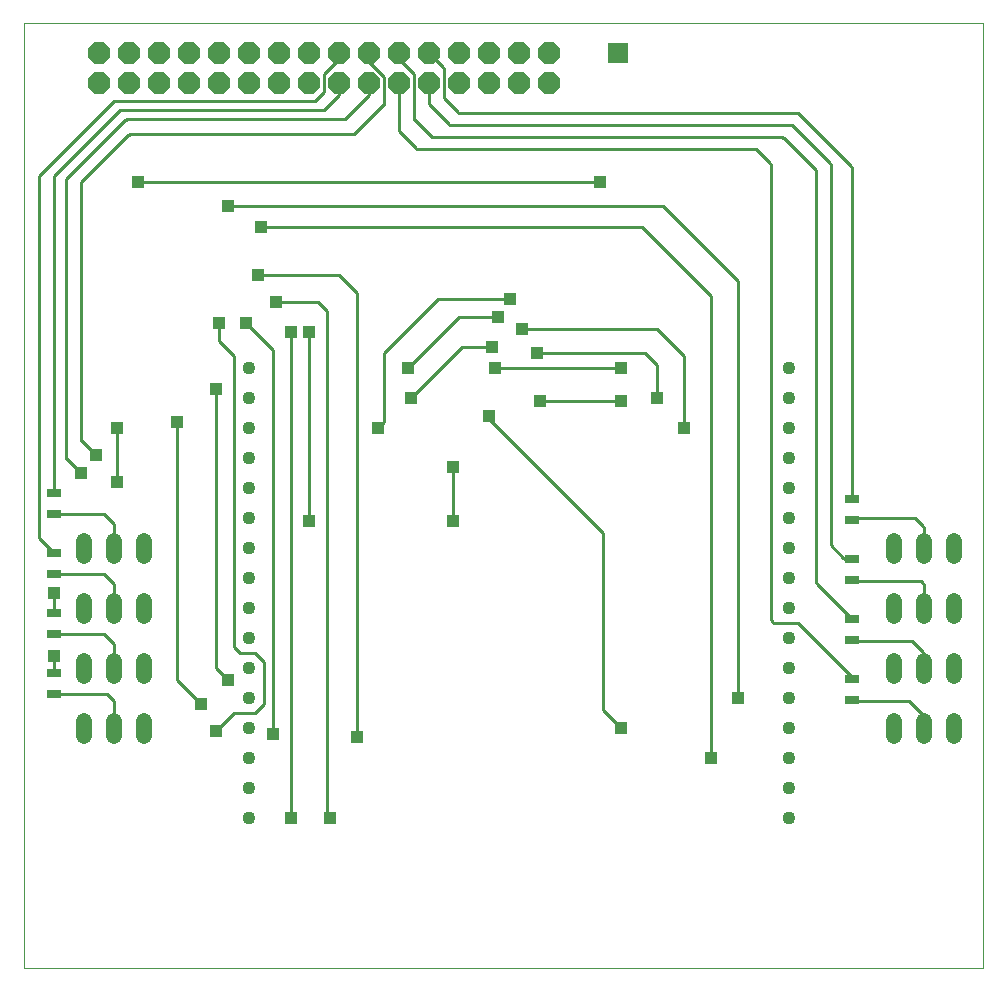
<source format=gtl>
G75*
%MOIN*%
%OFA0B0*%
%FSLAX24Y24*%
%IPPOS*%
%LPD*%
%AMOC8*
5,1,8,0,0,1.08239X$1,22.5*
%
%ADD10C,0.0000*%
%ADD11C,0.0436*%
%ADD12C,0.0520*%
%ADD13OC8,0.0740*%
%ADD14R,0.0472X0.0315*%
%ADD15R,0.0650X0.0650*%
%ADD16C,0.0100*%
%ADD17R,0.0396X0.0396*%
D10*
X000100Y000100D02*
X000100Y031596D01*
X032070Y031596D01*
X032070Y000100D01*
X000100Y000100D01*
D11*
X007600Y005100D03*
X007600Y006100D03*
X007600Y007100D03*
X007600Y008100D03*
X007600Y009100D03*
X007600Y010100D03*
X007600Y011100D03*
X007600Y012100D03*
X007600Y013100D03*
X007600Y014100D03*
X007600Y015100D03*
X007600Y016100D03*
X007600Y017100D03*
X007600Y018100D03*
X007600Y019100D03*
X007600Y020100D03*
X025600Y020100D03*
X025600Y019100D03*
X025600Y018100D03*
X025600Y017100D03*
X025600Y016100D03*
X025600Y015100D03*
X025600Y014100D03*
X025600Y013100D03*
X025600Y012100D03*
X025600Y011100D03*
X025600Y010100D03*
X025600Y009100D03*
X025600Y008100D03*
X025600Y007100D03*
X025600Y006100D03*
X025600Y005100D03*
D12*
X029100Y007840D02*
X029100Y008360D01*
X030100Y008360D02*
X030100Y007840D01*
X031100Y007840D02*
X031100Y008360D01*
X031100Y009840D02*
X031100Y010360D01*
X030100Y010360D02*
X030100Y009840D01*
X029100Y009840D02*
X029100Y010360D01*
X029100Y011840D02*
X029100Y012360D01*
X030100Y012360D02*
X030100Y011840D01*
X031100Y011840D02*
X031100Y012360D01*
X031100Y013840D02*
X031100Y014360D01*
X030100Y014360D02*
X030100Y013840D01*
X029100Y013840D02*
X029100Y014360D01*
X004100Y014360D02*
X004100Y013840D01*
X003100Y013840D02*
X003100Y014360D01*
X002100Y014360D02*
X002100Y013840D01*
X002100Y012360D02*
X002100Y011840D01*
X003100Y011840D02*
X003100Y012360D01*
X004100Y012360D02*
X004100Y011840D01*
X004100Y010360D02*
X004100Y009840D01*
X003100Y009840D02*
X003100Y010360D01*
X002100Y010360D02*
X002100Y009840D01*
X002100Y008360D02*
X002100Y007840D01*
X003100Y007840D02*
X003100Y008360D01*
X004100Y008360D02*
X004100Y007840D01*
D13*
X003600Y029600D03*
X003600Y030600D03*
X002600Y030600D03*
X002600Y029600D03*
X004600Y029600D03*
X004600Y030600D03*
X005600Y030600D03*
X005600Y029600D03*
X006600Y029600D03*
X006600Y030600D03*
X007600Y030600D03*
X007600Y029600D03*
X008600Y029600D03*
X008600Y030600D03*
X009600Y030600D03*
X009600Y029600D03*
X010600Y029600D03*
X010600Y030600D03*
X011600Y030600D03*
X011600Y029600D03*
X012600Y029600D03*
X012600Y030600D03*
X013600Y030600D03*
X013600Y029600D03*
X014600Y029600D03*
X014600Y030600D03*
X015600Y030600D03*
X015600Y029600D03*
X016600Y029600D03*
X016600Y030600D03*
X017600Y030600D03*
X017600Y029600D03*
D14*
X027700Y015754D03*
X027700Y015046D03*
X027700Y013754D03*
X027700Y013046D03*
X027700Y011754D03*
X027700Y011046D03*
X027700Y009754D03*
X027700Y009046D03*
X001100Y009246D03*
X001100Y009954D03*
X001100Y011246D03*
X001100Y011954D03*
X001100Y013246D03*
X001100Y013954D03*
X001100Y015246D03*
X001100Y015954D03*
D15*
X019900Y030600D03*
D16*
X019300Y026300D02*
X003900Y026300D01*
X003564Y027863D02*
X003579Y027876D01*
X003595Y027886D01*
X003613Y027894D01*
X003632Y027898D01*
X003652Y027900D01*
X011100Y027900D01*
X012063Y028863D01*
X012100Y028952D02*
X012100Y029800D01*
X011637Y030263D01*
X011600Y030352D02*
X011600Y030600D01*
X011600Y030352D02*
X011602Y030332D01*
X011606Y030313D01*
X011614Y030295D01*
X011624Y030279D01*
X011637Y030264D01*
X011600Y029600D02*
X011600Y029200D01*
X010800Y028400D01*
X003552Y028400D01*
X003463Y028363D02*
X001500Y026400D01*
X001500Y017152D01*
X001537Y017063D02*
X002000Y016600D01*
X001537Y017064D02*
X001524Y017079D01*
X001514Y017095D01*
X001506Y017113D01*
X001502Y017132D01*
X001500Y017152D01*
X002037Y017663D02*
X002500Y017200D01*
X002037Y017664D02*
X002024Y017679D01*
X002014Y017695D01*
X002006Y017713D01*
X002002Y017732D01*
X002000Y017752D01*
X002000Y026300D01*
X003563Y027863D01*
X003464Y028363D02*
X003479Y028376D01*
X003495Y028386D01*
X003513Y028394D01*
X003532Y028398D01*
X003552Y028400D01*
X003300Y028700D02*
X001100Y026500D01*
X001100Y015954D01*
X001100Y015246D02*
X002754Y015246D01*
X003100Y014900D01*
X003100Y014100D01*
X002754Y013246D02*
X001100Y013246D01*
X001100Y012600D02*
X001100Y011954D01*
X001100Y011246D02*
X002754Y011246D01*
X003100Y010900D01*
X003100Y010100D01*
X002854Y009246D02*
X001100Y009246D01*
X001100Y009954D02*
X001100Y010500D01*
X002854Y009246D02*
X003100Y009000D01*
X003100Y008100D01*
X005200Y009700D02*
X006000Y008900D01*
X006500Y008000D02*
X007100Y008600D01*
X007800Y008600D01*
X008100Y008900D01*
X008100Y010300D01*
X007800Y010600D01*
X007300Y010600D01*
X007100Y010800D01*
X007100Y020500D01*
X006600Y021000D01*
X006600Y021600D01*
X007500Y021600D02*
X008400Y020700D01*
X008400Y007900D01*
X006900Y009700D02*
X006500Y010100D01*
X006500Y019400D01*
X005200Y018300D02*
X005200Y009700D01*
X003100Y012100D02*
X003100Y012900D01*
X002754Y013246D01*
X001100Y013954D02*
X000600Y014454D01*
X000600Y026500D01*
X003100Y029000D01*
X009800Y029000D01*
X010100Y029300D01*
X010100Y029900D01*
X010600Y030400D01*
X010600Y030600D01*
X010600Y029600D02*
X010600Y029200D01*
X010100Y028700D01*
X003300Y028700D01*
X006900Y025500D02*
X021400Y025500D01*
X023900Y023000D01*
X023900Y009100D01*
X023000Y007100D02*
X023000Y022500D01*
X020700Y024800D01*
X008000Y024800D01*
X007900Y023200D02*
X010600Y023200D01*
X011200Y022600D01*
X011200Y007800D01*
X010200Y005200D02*
X010300Y005100D01*
X010200Y005200D02*
X010200Y022000D01*
X009900Y022300D01*
X008500Y022300D01*
X009000Y021300D02*
X009000Y005100D01*
X009600Y015000D02*
X009600Y021300D01*
X012100Y020600D02*
X012100Y018300D01*
X011900Y018100D01*
X013000Y019100D02*
X014700Y020800D01*
X015700Y020800D01*
X015800Y020100D02*
X020000Y020100D01*
X020800Y020600D02*
X021200Y020200D01*
X021200Y019100D01*
X020000Y019000D02*
X017300Y019000D01*
X017200Y020600D02*
X020800Y020600D01*
X021200Y021400D02*
X022100Y020500D01*
X022100Y018100D01*
X021200Y021400D02*
X016700Y021400D01*
X015900Y021800D02*
X014600Y021800D01*
X012900Y020100D01*
X012100Y020600D02*
X013900Y022400D01*
X016300Y022400D01*
X015600Y018500D02*
X015600Y018400D01*
X019400Y014600D01*
X019400Y008700D01*
X020000Y008100D01*
X025000Y011700D02*
X025000Y026848D01*
X024963Y026937D02*
X024500Y027400D01*
X013252Y027400D01*
X013163Y027437D02*
X012600Y028000D01*
X012600Y029600D01*
X013100Y029900D02*
X013100Y028452D01*
X013137Y028363D02*
X013700Y027800D01*
X025348Y027800D01*
X025437Y027763D02*
X026500Y026700D01*
X026500Y013006D01*
X026537Y012918D02*
X027700Y011754D01*
X027709Y011037D02*
X027724Y011024D01*
X027740Y011014D01*
X027758Y011006D01*
X027777Y011002D01*
X027797Y011000D01*
X029700Y011000D01*
X030063Y010637D01*
X030100Y010548D02*
X030100Y010100D01*
X030100Y010548D02*
X030098Y010568D01*
X030094Y010587D01*
X030086Y010605D01*
X030076Y010621D01*
X030063Y010636D01*
X030100Y012100D02*
X030100Y012848D01*
X030063Y012937D02*
X030000Y013000D01*
X027797Y013000D01*
X027709Y013037D02*
X027700Y013046D01*
X027709Y013037D02*
X027724Y013024D01*
X027740Y013014D01*
X027758Y013006D01*
X027777Y013002D01*
X027797Y013000D01*
X027700Y013754D02*
X027497Y013754D01*
X027409Y013791D02*
X027000Y014200D01*
X027000Y026848D01*
X026963Y026937D02*
X025700Y028200D01*
X014352Y028200D01*
X014263Y028237D02*
X013600Y028900D01*
X013600Y029248D01*
X013637Y029337D02*
X013700Y029400D01*
X013700Y029448D01*
X013663Y029537D02*
X013600Y029600D01*
X013663Y029536D02*
X013676Y029521D01*
X013686Y029505D01*
X013694Y029487D01*
X013698Y029468D01*
X013700Y029448D01*
X013637Y029336D02*
X013624Y029321D01*
X013614Y029305D01*
X013606Y029287D01*
X013602Y029268D01*
X013600Y029248D01*
X014100Y029100D02*
X014100Y030048D01*
X014063Y030137D02*
X013600Y030600D01*
X014063Y030136D02*
X014076Y030121D01*
X014086Y030105D01*
X014094Y030087D01*
X014098Y030068D01*
X014100Y030048D01*
X014100Y029100D02*
X014563Y028637D01*
X014652Y028600D02*
X025900Y028600D01*
X027663Y026837D01*
X027700Y026748D02*
X027700Y015754D01*
X027806Y015100D02*
X029800Y015100D01*
X030063Y014837D01*
X030100Y014748D02*
X030100Y014100D01*
X030100Y014748D02*
X030098Y014768D01*
X030094Y014787D01*
X030086Y014805D01*
X030076Y014821D01*
X030063Y014836D01*
X030063Y012936D02*
X030076Y012921D01*
X030086Y012905D01*
X030094Y012887D01*
X030098Y012868D01*
X030100Y012848D01*
X027709Y011037D02*
X027700Y011046D01*
X027668Y009832D02*
X025900Y011600D01*
X025152Y011600D01*
X025063Y011637D02*
X025000Y011700D01*
X025064Y011637D02*
X025079Y011624D01*
X025095Y011614D01*
X025113Y011606D01*
X025132Y011602D01*
X025152Y011600D01*
X026537Y012918D02*
X026524Y012933D01*
X026514Y012949D01*
X026506Y012967D01*
X026502Y012986D01*
X026500Y013006D01*
X027409Y013791D02*
X027424Y013778D01*
X027440Y013768D01*
X027458Y013760D01*
X027477Y013756D01*
X027497Y013754D01*
X027718Y015063D02*
X027733Y015076D01*
X027749Y015086D01*
X027767Y015094D01*
X027786Y015098D01*
X027806Y015100D01*
X027718Y015063D02*
X027700Y015046D01*
X027668Y009832D02*
X027679Y009819D01*
X027688Y009804D01*
X027695Y009788D01*
X027699Y009771D01*
X027700Y009754D01*
X027709Y009037D02*
X027724Y009024D01*
X027740Y009014D01*
X027758Y009006D01*
X027777Y009002D01*
X027797Y009000D01*
X029600Y009000D01*
X030063Y008537D01*
X030100Y008448D02*
X030100Y008100D01*
X030100Y008448D02*
X030098Y008468D01*
X030094Y008487D01*
X030086Y008505D01*
X030076Y008521D01*
X030063Y008536D01*
X027709Y009037D02*
X027700Y009046D01*
X014400Y015000D02*
X014400Y016800D01*
X013252Y027400D02*
X013232Y027402D01*
X013213Y027406D01*
X013195Y027414D01*
X013179Y027424D01*
X013164Y027437D01*
X013137Y028364D02*
X013124Y028379D01*
X013114Y028395D01*
X013106Y028413D01*
X013102Y028432D01*
X013100Y028452D01*
X012063Y028864D02*
X012076Y028879D01*
X012086Y028895D01*
X012094Y028913D01*
X012098Y028932D01*
X012100Y028952D01*
X013100Y029900D02*
X012637Y030363D01*
X012600Y030452D02*
X012600Y030600D01*
X012600Y030452D02*
X012602Y030432D01*
X012606Y030413D01*
X012614Y030395D01*
X012624Y030379D01*
X012637Y030364D01*
X014564Y028637D02*
X014579Y028624D01*
X014595Y028614D01*
X014613Y028606D01*
X014632Y028602D01*
X014652Y028600D01*
X014352Y028200D02*
X014332Y028202D01*
X014313Y028206D01*
X014295Y028214D01*
X014279Y028224D01*
X014264Y028237D01*
X024963Y026936D02*
X024976Y026921D01*
X024986Y026905D01*
X024994Y026887D01*
X024998Y026868D01*
X025000Y026848D01*
X025436Y027763D02*
X025421Y027776D01*
X025405Y027786D01*
X025387Y027794D01*
X025368Y027798D01*
X025348Y027800D01*
X026963Y026936D02*
X026976Y026921D01*
X026986Y026905D01*
X026994Y026887D01*
X026998Y026868D01*
X027000Y026848D01*
X027663Y026836D02*
X027676Y026821D01*
X027686Y026805D01*
X027694Y026787D01*
X027698Y026768D01*
X027700Y026748D01*
X003200Y018100D02*
X003200Y016300D01*
D17*
X003200Y016300D03*
X002500Y017200D03*
X002000Y016600D03*
X003200Y018100D03*
X005200Y018300D03*
X006500Y019400D03*
X006600Y021600D03*
X007500Y021600D03*
X008500Y022300D03*
X007900Y023200D03*
X008000Y024800D03*
X006900Y025500D03*
X003900Y026300D03*
X009000Y021300D03*
X009600Y021300D03*
X011900Y018100D03*
X013000Y019100D03*
X012900Y020100D03*
X015700Y020800D03*
X015800Y020100D03*
X017200Y020600D03*
X016700Y021400D03*
X015900Y021800D03*
X016300Y022400D03*
X017300Y019000D03*
X015600Y018500D03*
X014400Y016800D03*
X014400Y015000D03*
X009600Y015000D03*
X006900Y009700D03*
X006000Y008900D03*
X006500Y008000D03*
X008400Y007900D03*
X011200Y007800D03*
X010300Y005100D03*
X009000Y005100D03*
X001100Y010500D03*
X001100Y012600D03*
X019300Y026300D03*
X020000Y020100D03*
X020000Y019000D03*
X021200Y019100D03*
X022100Y018100D03*
X023900Y009100D03*
X023000Y007100D03*
X020000Y008100D03*
M02*

</source>
